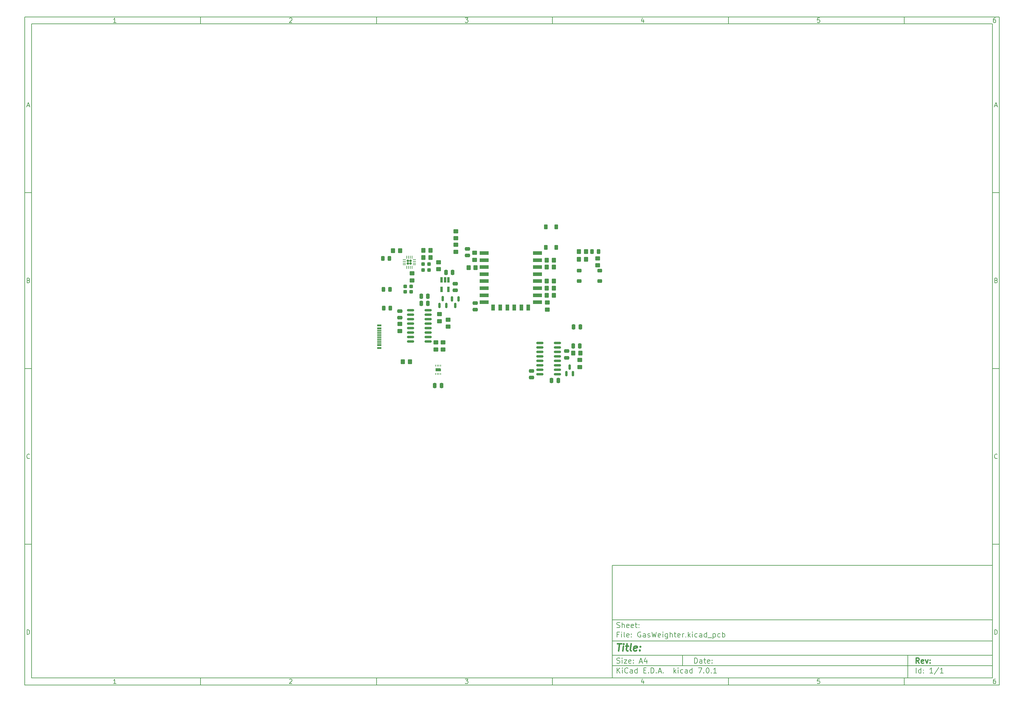
<source format=gbr>
%TF.GenerationSoftware,KiCad,Pcbnew,7.0.1*%
%TF.CreationDate,2023-11-23T19:52:31+01:00*%
%TF.ProjectId,GasWeighter,47617357-6569-4676-9874-65722e6b6963,rev?*%
%TF.SameCoordinates,Original*%
%TF.FileFunction,Paste,Top*%
%TF.FilePolarity,Positive*%
%FSLAX46Y46*%
G04 Gerber Fmt 4.6, Leading zero omitted, Abs format (unit mm)*
G04 Created by KiCad (PCBNEW 7.0.1) date 2023-11-23 19:52:31*
%MOMM*%
%LPD*%
G01*
G04 APERTURE LIST*
G04 Aperture macros list*
%AMRoundRect*
0 Rectangle with rounded corners*
0 $1 Rounding radius*
0 $2 $3 $4 $5 $6 $7 $8 $9 X,Y pos of 4 corners*
0 Add a 4 corners polygon primitive as box body*
4,1,4,$2,$3,$4,$5,$6,$7,$8,$9,$2,$3,0*
0 Add four circle primitives for the rounded corners*
1,1,$1+$1,$2,$3*
1,1,$1+$1,$4,$5*
1,1,$1+$1,$6,$7*
1,1,$1+$1,$8,$9*
0 Add four rect primitives between the rounded corners*
20,1,$1+$1,$2,$3,$4,$5,0*
20,1,$1+$1,$4,$5,$6,$7,0*
20,1,$1+$1,$6,$7,$8,$9,0*
20,1,$1+$1,$8,$9,$2,$3,0*%
%AMFreePoly0*
4,1,6,0.450000,-0.800000,-0.450000,-0.800000,-0.450000,0.530000,-0.180000,0.800000,0.450000,0.800000,0.450000,-0.800000,0.450000,-0.800000,$1*%
G04 Aperture macros list end*
%ADD10C,0.100000*%
%ADD11C,0.150000*%
%ADD12C,0.300000*%
%ADD13C,0.400000*%
%ADD14RoundRect,0.250000X-0.250000X-0.475000X0.250000X-0.475000X0.250000X0.475000X-0.250000X0.475000X0*%
%ADD15RoundRect,0.237500X0.237500X-0.300000X0.237500X0.300000X-0.237500X0.300000X-0.237500X-0.300000X0*%
%ADD16RoundRect,0.250000X0.475000X-0.250000X0.475000X0.250000X-0.475000X0.250000X-0.475000X-0.250000X0*%
%ADD17RoundRect,0.250000X0.350000X0.450000X-0.350000X0.450000X-0.350000X-0.450000X0.350000X-0.450000X0*%
%ADD18RoundRect,0.250000X0.450000X-0.350000X0.450000X0.350000X-0.450000X0.350000X-0.450000X-0.350000X0*%
%ADD19RoundRect,0.150000X-0.150000X0.587500X-0.150000X-0.587500X0.150000X-0.587500X0.150000X0.587500X0*%
%ADD20RoundRect,0.243750X0.243750X0.456250X-0.243750X0.456250X-0.243750X-0.456250X0.243750X-0.456250X0*%
%ADD21RoundRect,0.250000X0.250000X0.475000X-0.250000X0.475000X-0.250000X-0.475000X0.250000X-0.475000X0*%
%ADD22RoundRect,0.250000X-0.450000X0.350000X-0.450000X-0.350000X0.450000X-0.350000X0.450000X0.350000X0*%
%ADD23FreePoly0,270.000000*%
%ADD24R,0.250000X0.550000*%
%ADD25RoundRect,0.150000X0.850000X0.150000X-0.850000X0.150000X-0.850000X-0.150000X0.850000X-0.150000X0*%
%ADD26RoundRect,0.275000X-0.400000X-0.275000X0.400000X-0.275000X0.400000X0.275000X-0.400000X0.275000X0*%
%ADD27RoundRect,0.250000X-0.350000X-0.450000X0.350000X-0.450000X0.350000X0.450000X-0.350000X0.450000X0*%
%ADD28RoundRect,0.160000X-0.160000X0.160000X-0.160000X-0.160000X0.160000X-0.160000X0.160000X0.160000X0*%
%ADD29RoundRect,0.062500X-0.062500X0.375000X-0.062500X-0.375000X0.062500X-0.375000X0.062500X0.375000X0*%
%ADD30RoundRect,0.062500X-0.375000X0.062500X-0.375000X-0.062500X0.375000X-0.062500X0.375000X0.062500X0*%
%ADD31RoundRect,0.150000X-0.825000X-0.150000X0.825000X-0.150000X0.825000X0.150000X-0.825000X0.150000X0*%
%ADD32RoundRect,0.237500X-0.300000X-0.237500X0.300000X-0.237500X0.300000X0.237500X-0.300000X0.237500X0*%
%ADD33RoundRect,0.150000X0.150000X-0.587500X0.150000X0.587500X-0.150000X0.587500X-0.150000X-0.587500X0*%
%ADD34R,1.160000X0.600000*%
%ADD35R,1.160000X0.300000*%
%ADD36R,0.650000X1.560000*%
%ADD37R,2.500000X1.000000*%
%ADD38R,1.000000X1.800000*%
%ADD39RoundRect,0.250000X-0.475000X0.250000X-0.475000X-0.250000X0.475000X-0.250000X0.475000X0.250000X0*%
%ADD40RoundRect,0.275000X0.275000X-0.400000X0.275000X0.400000X-0.275000X0.400000X-0.275000X-0.400000X0*%
G04 APERTURE END LIST*
D10*
D11*
X177002200Y-166007200D02*
X285002200Y-166007200D01*
X285002200Y-198007200D01*
X177002200Y-198007200D01*
X177002200Y-166007200D01*
D10*
D11*
X10000000Y-10000000D02*
X287002200Y-10000000D01*
X287002200Y-200007200D01*
X10000000Y-200007200D01*
X10000000Y-10000000D01*
D10*
D11*
X12000000Y-12000000D02*
X285002200Y-12000000D01*
X285002200Y-198007200D01*
X12000000Y-198007200D01*
X12000000Y-12000000D01*
D10*
D11*
X60000000Y-12000000D02*
X60000000Y-10000000D01*
D10*
D11*
X110000000Y-12000000D02*
X110000000Y-10000000D01*
D10*
D11*
X160000000Y-12000000D02*
X160000000Y-10000000D01*
D10*
D11*
X210000000Y-12000000D02*
X210000000Y-10000000D01*
D10*
D11*
X260000000Y-12000000D02*
X260000000Y-10000000D01*
D10*
D11*
X35990476Y-11601404D02*
X35247619Y-11601404D01*
X35619047Y-11601404D02*
X35619047Y-10301404D01*
X35619047Y-10301404D02*
X35495238Y-10487119D01*
X35495238Y-10487119D02*
X35371428Y-10610928D01*
X35371428Y-10610928D02*
X35247619Y-10672833D01*
D10*
D11*
X85247619Y-10425214D02*
X85309523Y-10363309D01*
X85309523Y-10363309D02*
X85433333Y-10301404D01*
X85433333Y-10301404D02*
X85742857Y-10301404D01*
X85742857Y-10301404D02*
X85866666Y-10363309D01*
X85866666Y-10363309D02*
X85928571Y-10425214D01*
X85928571Y-10425214D02*
X85990476Y-10549023D01*
X85990476Y-10549023D02*
X85990476Y-10672833D01*
X85990476Y-10672833D02*
X85928571Y-10858547D01*
X85928571Y-10858547D02*
X85185714Y-11601404D01*
X85185714Y-11601404D02*
X85990476Y-11601404D01*
D10*
D11*
X135185714Y-10301404D02*
X135990476Y-10301404D01*
X135990476Y-10301404D02*
X135557142Y-10796642D01*
X135557142Y-10796642D02*
X135742857Y-10796642D01*
X135742857Y-10796642D02*
X135866666Y-10858547D01*
X135866666Y-10858547D02*
X135928571Y-10920452D01*
X135928571Y-10920452D02*
X135990476Y-11044261D01*
X135990476Y-11044261D02*
X135990476Y-11353785D01*
X135990476Y-11353785D02*
X135928571Y-11477595D01*
X135928571Y-11477595D02*
X135866666Y-11539500D01*
X135866666Y-11539500D02*
X135742857Y-11601404D01*
X135742857Y-11601404D02*
X135371428Y-11601404D01*
X135371428Y-11601404D02*
X135247619Y-11539500D01*
X135247619Y-11539500D02*
X135185714Y-11477595D01*
D10*
D11*
X185866666Y-10734738D02*
X185866666Y-11601404D01*
X185557142Y-10239500D02*
X185247619Y-11168071D01*
X185247619Y-11168071D02*
X186052380Y-11168071D01*
D10*
D11*
X235928571Y-10301404D02*
X235309523Y-10301404D01*
X235309523Y-10301404D02*
X235247619Y-10920452D01*
X235247619Y-10920452D02*
X235309523Y-10858547D01*
X235309523Y-10858547D02*
X235433333Y-10796642D01*
X235433333Y-10796642D02*
X235742857Y-10796642D01*
X235742857Y-10796642D02*
X235866666Y-10858547D01*
X235866666Y-10858547D02*
X235928571Y-10920452D01*
X235928571Y-10920452D02*
X235990476Y-11044261D01*
X235990476Y-11044261D02*
X235990476Y-11353785D01*
X235990476Y-11353785D02*
X235928571Y-11477595D01*
X235928571Y-11477595D02*
X235866666Y-11539500D01*
X235866666Y-11539500D02*
X235742857Y-11601404D01*
X235742857Y-11601404D02*
X235433333Y-11601404D01*
X235433333Y-11601404D02*
X235309523Y-11539500D01*
X235309523Y-11539500D02*
X235247619Y-11477595D01*
D10*
D11*
X285866666Y-10301404D02*
X285619047Y-10301404D01*
X285619047Y-10301404D02*
X285495238Y-10363309D01*
X285495238Y-10363309D02*
X285433333Y-10425214D01*
X285433333Y-10425214D02*
X285309523Y-10610928D01*
X285309523Y-10610928D02*
X285247619Y-10858547D01*
X285247619Y-10858547D02*
X285247619Y-11353785D01*
X285247619Y-11353785D02*
X285309523Y-11477595D01*
X285309523Y-11477595D02*
X285371428Y-11539500D01*
X285371428Y-11539500D02*
X285495238Y-11601404D01*
X285495238Y-11601404D02*
X285742857Y-11601404D01*
X285742857Y-11601404D02*
X285866666Y-11539500D01*
X285866666Y-11539500D02*
X285928571Y-11477595D01*
X285928571Y-11477595D02*
X285990476Y-11353785D01*
X285990476Y-11353785D02*
X285990476Y-11044261D01*
X285990476Y-11044261D02*
X285928571Y-10920452D01*
X285928571Y-10920452D02*
X285866666Y-10858547D01*
X285866666Y-10858547D02*
X285742857Y-10796642D01*
X285742857Y-10796642D02*
X285495238Y-10796642D01*
X285495238Y-10796642D02*
X285371428Y-10858547D01*
X285371428Y-10858547D02*
X285309523Y-10920452D01*
X285309523Y-10920452D02*
X285247619Y-11044261D01*
D10*
D11*
X60000000Y-198007200D02*
X60000000Y-200007200D01*
D10*
D11*
X110000000Y-198007200D02*
X110000000Y-200007200D01*
D10*
D11*
X160000000Y-198007200D02*
X160000000Y-200007200D01*
D10*
D11*
X210000000Y-198007200D02*
X210000000Y-200007200D01*
D10*
D11*
X260000000Y-198007200D02*
X260000000Y-200007200D01*
D10*
D11*
X35990476Y-199608604D02*
X35247619Y-199608604D01*
X35619047Y-199608604D02*
X35619047Y-198308604D01*
X35619047Y-198308604D02*
X35495238Y-198494319D01*
X35495238Y-198494319D02*
X35371428Y-198618128D01*
X35371428Y-198618128D02*
X35247619Y-198680033D01*
D10*
D11*
X85247619Y-198432414D02*
X85309523Y-198370509D01*
X85309523Y-198370509D02*
X85433333Y-198308604D01*
X85433333Y-198308604D02*
X85742857Y-198308604D01*
X85742857Y-198308604D02*
X85866666Y-198370509D01*
X85866666Y-198370509D02*
X85928571Y-198432414D01*
X85928571Y-198432414D02*
X85990476Y-198556223D01*
X85990476Y-198556223D02*
X85990476Y-198680033D01*
X85990476Y-198680033D02*
X85928571Y-198865747D01*
X85928571Y-198865747D02*
X85185714Y-199608604D01*
X85185714Y-199608604D02*
X85990476Y-199608604D01*
D10*
D11*
X135185714Y-198308604D02*
X135990476Y-198308604D01*
X135990476Y-198308604D02*
X135557142Y-198803842D01*
X135557142Y-198803842D02*
X135742857Y-198803842D01*
X135742857Y-198803842D02*
X135866666Y-198865747D01*
X135866666Y-198865747D02*
X135928571Y-198927652D01*
X135928571Y-198927652D02*
X135990476Y-199051461D01*
X135990476Y-199051461D02*
X135990476Y-199360985D01*
X135990476Y-199360985D02*
X135928571Y-199484795D01*
X135928571Y-199484795D02*
X135866666Y-199546700D01*
X135866666Y-199546700D02*
X135742857Y-199608604D01*
X135742857Y-199608604D02*
X135371428Y-199608604D01*
X135371428Y-199608604D02*
X135247619Y-199546700D01*
X135247619Y-199546700D02*
X135185714Y-199484795D01*
D10*
D11*
X185866666Y-198741938D02*
X185866666Y-199608604D01*
X185557142Y-198246700D02*
X185247619Y-199175271D01*
X185247619Y-199175271D02*
X186052380Y-199175271D01*
D10*
D11*
X235928571Y-198308604D02*
X235309523Y-198308604D01*
X235309523Y-198308604D02*
X235247619Y-198927652D01*
X235247619Y-198927652D02*
X235309523Y-198865747D01*
X235309523Y-198865747D02*
X235433333Y-198803842D01*
X235433333Y-198803842D02*
X235742857Y-198803842D01*
X235742857Y-198803842D02*
X235866666Y-198865747D01*
X235866666Y-198865747D02*
X235928571Y-198927652D01*
X235928571Y-198927652D02*
X235990476Y-199051461D01*
X235990476Y-199051461D02*
X235990476Y-199360985D01*
X235990476Y-199360985D02*
X235928571Y-199484795D01*
X235928571Y-199484795D02*
X235866666Y-199546700D01*
X235866666Y-199546700D02*
X235742857Y-199608604D01*
X235742857Y-199608604D02*
X235433333Y-199608604D01*
X235433333Y-199608604D02*
X235309523Y-199546700D01*
X235309523Y-199546700D02*
X235247619Y-199484795D01*
D10*
D11*
X285866666Y-198308604D02*
X285619047Y-198308604D01*
X285619047Y-198308604D02*
X285495238Y-198370509D01*
X285495238Y-198370509D02*
X285433333Y-198432414D01*
X285433333Y-198432414D02*
X285309523Y-198618128D01*
X285309523Y-198618128D02*
X285247619Y-198865747D01*
X285247619Y-198865747D02*
X285247619Y-199360985D01*
X285247619Y-199360985D02*
X285309523Y-199484795D01*
X285309523Y-199484795D02*
X285371428Y-199546700D01*
X285371428Y-199546700D02*
X285495238Y-199608604D01*
X285495238Y-199608604D02*
X285742857Y-199608604D01*
X285742857Y-199608604D02*
X285866666Y-199546700D01*
X285866666Y-199546700D02*
X285928571Y-199484795D01*
X285928571Y-199484795D02*
X285990476Y-199360985D01*
X285990476Y-199360985D02*
X285990476Y-199051461D01*
X285990476Y-199051461D02*
X285928571Y-198927652D01*
X285928571Y-198927652D02*
X285866666Y-198865747D01*
X285866666Y-198865747D02*
X285742857Y-198803842D01*
X285742857Y-198803842D02*
X285495238Y-198803842D01*
X285495238Y-198803842D02*
X285371428Y-198865747D01*
X285371428Y-198865747D02*
X285309523Y-198927652D01*
X285309523Y-198927652D02*
X285247619Y-199051461D01*
D10*
D11*
X10000000Y-60000000D02*
X12000000Y-60000000D01*
D10*
D11*
X10000000Y-110000000D02*
X12000000Y-110000000D01*
D10*
D11*
X10000000Y-160000000D02*
X12000000Y-160000000D01*
D10*
D11*
X10690476Y-35229976D02*
X11309523Y-35229976D01*
X10566666Y-35601404D02*
X10999999Y-34301404D01*
X10999999Y-34301404D02*
X11433333Y-35601404D01*
D10*
D11*
X11092857Y-84920452D02*
X11278571Y-84982357D01*
X11278571Y-84982357D02*
X11340476Y-85044261D01*
X11340476Y-85044261D02*
X11402380Y-85168071D01*
X11402380Y-85168071D02*
X11402380Y-85353785D01*
X11402380Y-85353785D02*
X11340476Y-85477595D01*
X11340476Y-85477595D02*
X11278571Y-85539500D01*
X11278571Y-85539500D02*
X11154761Y-85601404D01*
X11154761Y-85601404D02*
X10659523Y-85601404D01*
X10659523Y-85601404D02*
X10659523Y-84301404D01*
X10659523Y-84301404D02*
X11092857Y-84301404D01*
X11092857Y-84301404D02*
X11216666Y-84363309D01*
X11216666Y-84363309D02*
X11278571Y-84425214D01*
X11278571Y-84425214D02*
X11340476Y-84549023D01*
X11340476Y-84549023D02*
X11340476Y-84672833D01*
X11340476Y-84672833D02*
X11278571Y-84796642D01*
X11278571Y-84796642D02*
X11216666Y-84858547D01*
X11216666Y-84858547D02*
X11092857Y-84920452D01*
X11092857Y-84920452D02*
X10659523Y-84920452D01*
D10*
D11*
X11402380Y-135477595D02*
X11340476Y-135539500D01*
X11340476Y-135539500D02*
X11154761Y-135601404D01*
X11154761Y-135601404D02*
X11030952Y-135601404D01*
X11030952Y-135601404D02*
X10845238Y-135539500D01*
X10845238Y-135539500D02*
X10721428Y-135415690D01*
X10721428Y-135415690D02*
X10659523Y-135291880D01*
X10659523Y-135291880D02*
X10597619Y-135044261D01*
X10597619Y-135044261D02*
X10597619Y-134858547D01*
X10597619Y-134858547D02*
X10659523Y-134610928D01*
X10659523Y-134610928D02*
X10721428Y-134487119D01*
X10721428Y-134487119D02*
X10845238Y-134363309D01*
X10845238Y-134363309D02*
X11030952Y-134301404D01*
X11030952Y-134301404D02*
X11154761Y-134301404D01*
X11154761Y-134301404D02*
X11340476Y-134363309D01*
X11340476Y-134363309D02*
X11402380Y-134425214D01*
D10*
D11*
X10659523Y-185601404D02*
X10659523Y-184301404D01*
X10659523Y-184301404D02*
X10969047Y-184301404D01*
X10969047Y-184301404D02*
X11154761Y-184363309D01*
X11154761Y-184363309D02*
X11278571Y-184487119D01*
X11278571Y-184487119D02*
X11340476Y-184610928D01*
X11340476Y-184610928D02*
X11402380Y-184858547D01*
X11402380Y-184858547D02*
X11402380Y-185044261D01*
X11402380Y-185044261D02*
X11340476Y-185291880D01*
X11340476Y-185291880D02*
X11278571Y-185415690D01*
X11278571Y-185415690D02*
X11154761Y-185539500D01*
X11154761Y-185539500D02*
X10969047Y-185601404D01*
X10969047Y-185601404D02*
X10659523Y-185601404D01*
D10*
D11*
X287002200Y-60000000D02*
X285002200Y-60000000D01*
D10*
D11*
X287002200Y-110000000D02*
X285002200Y-110000000D01*
D10*
D11*
X287002200Y-160000000D02*
X285002200Y-160000000D01*
D10*
D11*
X285692676Y-35229976D02*
X286311723Y-35229976D01*
X285568866Y-35601404D02*
X286002199Y-34301404D01*
X286002199Y-34301404D02*
X286435533Y-35601404D01*
D10*
D11*
X286095057Y-84920452D02*
X286280771Y-84982357D01*
X286280771Y-84982357D02*
X286342676Y-85044261D01*
X286342676Y-85044261D02*
X286404580Y-85168071D01*
X286404580Y-85168071D02*
X286404580Y-85353785D01*
X286404580Y-85353785D02*
X286342676Y-85477595D01*
X286342676Y-85477595D02*
X286280771Y-85539500D01*
X286280771Y-85539500D02*
X286156961Y-85601404D01*
X286156961Y-85601404D02*
X285661723Y-85601404D01*
X285661723Y-85601404D02*
X285661723Y-84301404D01*
X285661723Y-84301404D02*
X286095057Y-84301404D01*
X286095057Y-84301404D02*
X286218866Y-84363309D01*
X286218866Y-84363309D02*
X286280771Y-84425214D01*
X286280771Y-84425214D02*
X286342676Y-84549023D01*
X286342676Y-84549023D02*
X286342676Y-84672833D01*
X286342676Y-84672833D02*
X286280771Y-84796642D01*
X286280771Y-84796642D02*
X286218866Y-84858547D01*
X286218866Y-84858547D02*
X286095057Y-84920452D01*
X286095057Y-84920452D02*
X285661723Y-84920452D01*
D10*
D11*
X286404580Y-135477595D02*
X286342676Y-135539500D01*
X286342676Y-135539500D02*
X286156961Y-135601404D01*
X286156961Y-135601404D02*
X286033152Y-135601404D01*
X286033152Y-135601404D02*
X285847438Y-135539500D01*
X285847438Y-135539500D02*
X285723628Y-135415690D01*
X285723628Y-135415690D02*
X285661723Y-135291880D01*
X285661723Y-135291880D02*
X285599819Y-135044261D01*
X285599819Y-135044261D02*
X285599819Y-134858547D01*
X285599819Y-134858547D02*
X285661723Y-134610928D01*
X285661723Y-134610928D02*
X285723628Y-134487119D01*
X285723628Y-134487119D02*
X285847438Y-134363309D01*
X285847438Y-134363309D02*
X286033152Y-134301404D01*
X286033152Y-134301404D02*
X286156961Y-134301404D01*
X286156961Y-134301404D02*
X286342676Y-134363309D01*
X286342676Y-134363309D02*
X286404580Y-134425214D01*
D10*
D11*
X285661723Y-185601404D02*
X285661723Y-184301404D01*
X285661723Y-184301404D02*
X285971247Y-184301404D01*
X285971247Y-184301404D02*
X286156961Y-184363309D01*
X286156961Y-184363309D02*
X286280771Y-184487119D01*
X286280771Y-184487119D02*
X286342676Y-184610928D01*
X286342676Y-184610928D02*
X286404580Y-184858547D01*
X286404580Y-184858547D02*
X286404580Y-185044261D01*
X286404580Y-185044261D02*
X286342676Y-185291880D01*
X286342676Y-185291880D02*
X286280771Y-185415690D01*
X286280771Y-185415690D02*
X286156961Y-185539500D01*
X286156961Y-185539500D02*
X285971247Y-185601404D01*
X285971247Y-185601404D02*
X285661723Y-185601404D01*
D10*
D11*
X200359342Y-193801128D02*
X200359342Y-192301128D01*
X200359342Y-192301128D02*
X200716485Y-192301128D01*
X200716485Y-192301128D02*
X200930771Y-192372557D01*
X200930771Y-192372557D02*
X201073628Y-192515414D01*
X201073628Y-192515414D02*
X201145057Y-192658271D01*
X201145057Y-192658271D02*
X201216485Y-192943985D01*
X201216485Y-192943985D02*
X201216485Y-193158271D01*
X201216485Y-193158271D02*
X201145057Y-193443985D01*
X201145057Y-193443985D02*
X201073628Y-193586842D01*
X201073628Y-193586842D02*
X200930771Y-193729700D01*
X200930771Y-193729700D02*
X200716485Y-193801128D01*
X200716485Y-193801128D02*
X200359342Y-193801128D01*
X202502200Y-193801128D02*
X202502200Y-193015414D01*
X202502200Y-193015414D02*
X202430771Y-192872557D01*
X202430771Y-192872557D02*
X202287914Y-192801128D01*
X202287914Y-192801128D02*
X202002200Y-192801128D01*
X202002200Y-192801128D02*
X201859342Y-192872557D01*
X202502200Y-193729700D02*
X202359342Y-193801128D01*
X202359342Y-193801128D02*
X202002200Y-193801128D01*
X202002200Y-193801128D02*
X201859342Y-193729700D01*
X201859342Y-193729700D02*
X201787914Y-193586842D01*
X201787914Y-193586842D02*
X201787914Y-193443985D01*
X201787914Y-193443985D02*
X201859342Y-193301128D01*
X201859342Y-193301128D02*
X202002200Y-193229700D01*
X202002200Y-193229700D02*
X202359342Y-193229700D01*
X202359342Y-193229700D02*
X202502200Y-193158271D01*
X203002200Y-192801128D02*
X203573628Y-192801128D01*
X203216485Y-192301128D02*
X203216485Y-193586842D01*
X203216485Y-193586842D02*
X203287914Y-193729700D01*
X203287914Y-193729700D02*
X203430771Y-193801128D01*
X203430771Y-193801128D02*
X203573628Y-193801128D01*
X204645057Y-193729700D02*
X204502200Y-193801128D01*
X204502200Y-193801128D02*
X204216486Y-193801128D01*
X204216486Y-193801128D02*
X204073628Y-193729700D01*
X204073628Y-193729700D02*
X204002200Y-193586842D01*
X204002200Y-193586842D02*
X204002200Y-193015414D01*
X204002200Y-193015414D02*
X204073628Y-192872557D01*
X204073628Y-192872557D02*
X204216486Y-192801128D01*
X204216486Y-192801128D02*
X204502200Y-192801128D01*
X204502200Y-192801128D02*
X204645057Y-192872557D01*
X204645057Y-192872557D02*
X204716486Y-193015414D01*
X204716486Y-193015414D02*
X204716486Y-193158271D01*
X204716486Y-193158271D02*
X204002200Y-193301128D01*
X205359342Y-193658271D02*
X205430771Y-193729700D01*
X205430771Y-193729700D02*
X205359342Y-193801128D01*
X205359342Y-193801128D02*
X205287914Y-193729700D01*
X205287914Y-193729700D02*
X205359342Y-193658271D01*
X205359342Y-193658271D02*
X205359342Y-193801128D01*
X205359342Y-192872557D02*
X205430771Y-192943985D01*
X205430771Y-192943985D02*
X205359342Y-193015414D01*
X205359342Y-193015414D02*
X205287914Y-192943985D01*
X205287914Y-192943985D02*
X205359342Y-192872557D01*
X205359342Y-192872557D02*
X205359342Y-193015414D01*
D10*
D11*
X177002200Y-194507200D02*
X285002200Y-194507200D01*
D10*
D11*
X178359342Y-196601128D02*
X178359342Y-195101128D01*
X179216485Y-196601128D02*
X178573628Y-195743985D01*
X179216485Y-195101128D02*
X178359342Y-195958271D01*
X179859342Y-196601128D02*
X179859342Y-195601128D01*
X179859342Y-195101128D02*
X179787914Y-195172557D01*
X179787914Y-195172557D02*
X179859342Y-195243985D01*
X179859342Y-195243985D02*
X179930771Y-195172557D01*
X179930771Y-195172557D02*
X179859342Y-195101128D01*
X179859342Y-195101128D02*
X179859342Y-195243985D01*
X181430771Y-196458271D02*
X181359343Y-196529700D01*
X181359343Y-196529700D02*
X181145057Y-196601128D01*
X181145057Y-196601128D02*
X181002200Y-196601128D01*
X181002200Y-196601128D02*
X180787914Y-196529700D01*
X180787914Y-196529700D02*
X180645057Y-196386842D01*
X180645057Y-196386842D02*
X180573628Y-196243985D01*
X180573628Y-196243985D02*
X180502200Y-195958271D01*
X180502200Y-195958271D02*
X180502200Y-195743985D01*
X180502200Y-195743985D02*
X180573628Y-195458271D01*
X180573628Y-195458271D02*
X180645057Y-195315414D01*
X180645057Y-195315414D02*
X180787914Y-195172557D01*
X180787914Y-195172557D02*
X181002200Y-195101128D01*
X181002200Y-195101128D02*
X181145057Y-195101128D01*
X181145057Y-195101128D02*
X181359343Y-195172557D01*
X181359343Y-195172557D02*
X181430771Y-195243985D01*
X182716486Y-196601128D02*
X182716486Y-195815414D01*
X182716486Y-195815414D02*
X182645057Y-195672557D01*
X182645057Y-195672557D02*
X182502200Y-195601128D01*
X182502200Y-195601128D02*
X182216486Y-195601128D01*
X182216486Y-195601128D02*
X182073628Y-195672557D01*
X182716486Y-196529700D02*
X182573628Y-196601128D01*
X182573628Y-196601128D02*
X182216486Y-196601128D01*
X182216486Y-196601128D02*
X182073628Y-196529700D01*
X182073628Y-196529700D02*
X182002200Y-196386842D01*
X182002200Y-196386842D02*
X182002200Y-196243985D01*
X182002200Y-196243985D02*
X182073628Y-196101128D01*
X182073628Y-196101128D02*
X182216486Y-196029700D01*
X182216486Y-196029700D02*
X182573628Y-196029700D01*
X182573628Y-196029700D02*
X182716486Y-195958271D01*
X184073629Y-196601128D02*
X184073629Y-195101128D01*
X184073629Y-196529700D02*
X183930771Y-196601128D01*
X183930771Y-196601128D02*
X183645057Y-196601128D01*
X183645057Y-196601128D02*
X183502200Y-196529700D01*
X183502200Y-196529700D02*
X183430771Y-196458271D01*
X183430771Y-196458271D02*
X183359343Y-196315414D01*
X183359343Y-196315414D02*
X183359343Y-195886842D01*
X183359343Y-195886842D02*
X183430771Y-195743985D01*
X183430771Y-195743985D02*
X183502200Y-195672557D01*
X183502200Y-195672557D02*
X183645057Y-195601128D01*
X183645057Y-195601128D02*
X183930771Y-195601128D01*
X183930771Y-195601128D02*
X184073629Y-195672557D01*
X185930771Y-195815414D02*
X186430771Y-195815414D01*
X186645057Y-196601128D02*
X185930771Y-196601128D01*
X185930771Y-196601128D02*
X185930771Y-195101128D01*
X185930771Y-195101128D02*
X186645057Y-195101128D01*
X187287914Y-196458271D02*
X187359343Y-196529700D01*
X187359343Y-196529700D02*
X187287914Y-196601128D01*
X187287914Y-196601128D02*
X187216486Y-196529700D01*
X187216486Y-196529700D02*
X187287914Y-196458271D01*
X187287914Y-196458271D02*
X187287914Y-196601128D01*
X188002200Y-196601128D02*
X188002200Y-195101128D01*
X188002200Y-195101128D02*
X188359343Y-195101128D01*
X188359343Y-195101128D02*
X188573629Y-195172557D01*
X188573629Y-195172557D02*
X188716486Y-195315414D01*
X188716486Y-195315414D02*
X188787915Y-195458271D01*
X188787915Y-195458271D02*
X188859343Y-195743985D01*
X188859343Y-195743985D02*
X188859343Y-195958271D01*
X188859343Y-195958271D02*
X188787915Y-196243985D01*
X188787915Y-196243985D02*
X188716486Y-196386842D01*
X188716486Y-196386842D02*
X188573629Y-196529700D01*
X188573629Y-196529700D02*
X188359343Y-196601128D01*
X188359343Y-196601128D02*
X188002200Y-196601128D01*
X189502200Y-196458271D02*
X189573629Y-196529700D01*
X189573629Y-196529700D02*
X189502200Y-196601128D01*
X189502200Y-196601128D02*
X189430772Y-196529700D01*
X189430772Y-196529700D02*
X189502200Y-196458271D01*
X189502200Y-196458271D02*
X189502200Y-196601128D01*
X190145058Y-196172557D02*
X190859344Y-196172557D01*
X190002201Y-196601128D02*
X190502201Y-195101128D01*
X190502201Y-195101128D02*
X191002201Y-196601128D01*
X191502200Y-196458271D02*
X191573629Y-196529700D01*
X191573629Y-196529700D02*
X191502200Y-196601128D01*
X191502200Y-196601128D02*
X191430772Y-196529700D01*
X191430772Y-196529700D02*
X191502200Y-196458271D01*
X191502200Y-196458271D02*
X191502200Y-196601128D01*
X194502200Y-196601128D02*
X194502200Y-195101128D01*
X194645058Y-196029700D02*
X195073629Y-196601128D01*
X195073629Y-195601128D02*
X194502200Y-196172557D01*
X195716486Y-196601128D02*
X195716486Y-195601128D01*
X195716486Y-195101128D02*
X195645058Y-195172557D01*
X195645058Y-195172557D02*
X195716486Y-195243985D01*
X195716486Y-195243985D02*
X195787915Y-195172557D01*
X195787915Y-195172557D02*
X195716486Y-195101128D01*
X195716486Y-195101128D02*
X195716486Y-195243985D01*
X197073630Y-196529700D02*
X196930772Y-196601128D01*
X196930772Y-196601128D02*
X196645058Y-196601128D01*
X196645058Y-196601128D02*
X196502201Y-196529700D01*
X196502201Y-196529700D02*
X196430772Y-196458271D01*
X196430772Y-196458271D02*
X196359344Y-196315414D01*
X196359344Y-196315414D02*
X196359344Y-195886842D01*
X196359344Y-195886842D02*
X196430772Y-195743985D01*
X196430772Y-195743985D02*
X196502201Y-195672557D01*
X196502201Y-195672557D02*
X196645058Y-195601128D01*
X196645058Y-195601128D02*
X196930772Y-195601128D01*
X196930772Y-195601128D02*
X197073630Y-195672557D01*
X198359344Y-196601128D02*
X198359344Y-195815414D01*
X198359344Y-195815414D02*
X198287915Y-195672557D01*
X198287915Y-195672557D02*
X198145058Y-195601128D01*
X198145058Y-195601128D02*
X197859344Y-195601128D01*
X197859344Y-195601128D02*
X197716486Y-195672557D01*
X198359344Y-196529700D02*
X198216486Y-196601128D01*
X198216486Y-196601128D02*
X197859344Y-196601128D01*
X197859344Y-196601128D02*
X197716486Y-196529700D01*
X197716486Y-196529700D02*
X197645058Y-196386842D01*
X197645058Y-196386842D02*
X197645058Y-196243985D01*
X197645058Y-196243985D02*
X197716486Y-196101128D01*
X197716486Y-196101128D02*
X197859344Y-196029700D01*
X197859344Y-196029700D02*
X198216486Y-196029700D01*
X198216486Y-196029700D02*
X198359344Y-195958271D01*
X199716487Y-196601128D02*
X199716487Y-195101128D01*
X199716487Y-196529700D02*
X199573629Y-196601128D01*
X199573629Y-196601128D02*
X199287915Y-196601128D01*
X199287915Y-196601128D02*
X199145058Y-196529700D01*
X199145058Y-196529700D02*
X199073629Y-196458271D01*
X199073629Y-196458271D02*
X199002201Y-196315414D01*
X199002201Y-196315414D02*
X199002201Y-195886842D01*
X199002201Y-195886842D02*
X199073629Y-195743985D01*
X199073629Y-195743985D02*
X199145058Y-195672557D01*
X199145058Y-195672557D02*
X199287915Y-195601128D01*
X199287915Y-195601128D02*
X199573629Y-195601128D01*
X199573629Y-195601128D02*
X199716487Y-195672557D01*
X201430772Y-195101128D02*
X202430772Y-195101128D01*
X202430772Y-195101128D02*
X201787915Y-196601128D01*
X203002200Y-196458271D02*
X203073629Y-196529700D01*
X203073629Y-196529700D02*
X203002200Y-196601128D01*
X203002200Y-196601128D02*
X202930772Y-196529700D01*
X202930772Y-196529700D02*
X203002200Y-196458271D01*
X203002200Y-196458271D02*
X203002200Y-196601128D01*
X204002201Y-195101128D02*
X204145058Y-195101128D01*
X204145058Y-195101128D02*
X204287915Y-195172557D01*
X204287915Y-195172557D02*
X204359344Y-195243985D01*
X204359344Y-195243985D02*
X204430772Y-195386842D01*
X204430772Y-195386842D02*
X204502201Y-195672557D01*
X204502201Y-195672557D02*
X204502201Y-196029700D01*
X204502201Y-196029700D02*
X204430772Y-196315414D01*
X204430772Y-196315414D02*
X204359344Y-196458271D01*
X204359344Y-196458271D02*
X204287915Y-196529700D01*
X204287915Y-196529700D02*
X204145058Y-196601128D01*
X204145058Y-196601128D02*
X204002201Y-196601128D01*
X204002201Y-196601128D02*
X203859344Y-196529700D01*
X203859344Y-196529700D02*
X203787915Y-196458271D01*
X203787915Y-196458271D02*
X203716486Y-196315414D01*
X203716486Y-196315414D02*
X203645058Y-196029700D01*
X203645058Y-196029700D02*
X203645058Y-195672557D01*
X203645058Y-195672557D02*
X203716486Y-195386842D01*
X203716486Y-195386842D02*
X203787915Y-195243985D01*
X203787915Y-195243985D02*
X203859344Y-195172557D01*
X203859344Y-195172557D02*
X204002201Y-195101128D01*
X205145057Y-196458271D02*
X205216486Y-196529700D01*
X205216486Y-196529700D02*
X205145057Y-196601128D01*
X205145057Y-196601128D02*
X205073629Y-196529700D01*
X205073629Y-196529700D02*
X205145057Y-196458271D01*
X205145057Y-196458271D02*
X205145057Y-196601128D01*
X206645058Y-196601128D02*
X205787915Y-196601128D01*
X206216486Y-196601128D02*
X206216486Y-195101128D01*
X206216486Y-195101128D02*
X206073629Y-195315414D01*
X206073629Y-195315414D02*
X205930772Y-195458271D01*
X205930772Y-195458271D02*
X205787915Y-195529700D01*
D10*
D11*
X177002200Y-191507200D02*
X285002200Y-191507200D01*
D10*
D12*
X264216485Y-193801128D02*
X263716485Y-193086842D01*
X263359342Y-193801128D02*
X263359342Y-192301128D01*
X263359342Y-192301128D02*
X263930771Y-192301128D01*
X263930771Y-192301128D02*
X264073628Y-192372557D01*
X264073628Y-192372557D02*
X264145057Y-192443985D01*
X264145057Y-192443985D02*
X264216485Y-192586842D01*
X264216485Y-192586842D02*
X264216485Y-192801128D01*
X264216485Y-192801128D02*
X264145057Y-192943985D01*
X264145057Y-192943985D02*
X264073628Y-193015414D01*
X264073628Y-193015414D02*
X263930771Y-193086842D01*
X263930771Y-193086842D02*
X263359342Y-193086842D01*
X265430771Y-193729700D02*
X265287914Y-193801128D01*
X265287914Y-193801128D02*
X265002200Y-193801128D01*
X265002200Y-193801128D02*
X264859342Y-193729700D01*
X264859342Y-193729700D02*
X264787914Y-193586842D01*
X264787914Y-193586842D02*
X264787914Y-193015414D01*
X264787914Y-193015414D02*
X264859342Y-192872557D01*
X264859342Y-192872557D02*
X265002200Y-192801128D01*
X265002200Y-192801128D02*
X265287914Y-192801128D01*
X265287914Y-192801128D02*
X265430771Y-192872557D01*
X265430771Y-192872557D02*
X265502200Y-193015414D01*
X265502200Y-193015414D02*
X265502200Y-193158271D01*
X265502200Y-193158271D02*
X264787914Y-193301128D01*
X266002199Y-192801128D02*
X266359342Y-193801128D01*
X266359342Y-193801128D02*
X266716485Y-192801128D01*
X267287913Y-193658271D02*
X267359342Y-193729700D01*
X267359342Y-193729700D02*
X267287913Y-193801128D01*
X267287913Y-193801128D02*
X267216485Y-193729700D01*
X267216485Y-193729700D02*
X267287913Y-193658271D01*
X267287913Y-193658271D02*
X267287913Y-193801128D01*
X267287913Y-192872557D02*
X267359342Y-192943985D01*
X267359342Y-192943985D02*
X267287913Y-193015414D01*
X267287913Y-193015414D02*
X267216485Y-192943985D01*
X267216485Y-192943985D02*
X267287913Y-192872557D01*
X267287913Y-192872557D02*
X267287913Y-193015414D01*
D10*
D11*
X178287914Y-193729700D02*
X178502200Y-193801128D01*
X178502200Y-193801128D02*
X178859342Y-193801128D01*
X178859342Y-193801128D02*
X179002200Y-193729700D01*
X179002200Y-193729700D02*
X179073628Y-193658271D01*
X179073628Y-193658271D02*
X179145057Y-193515414D01*
X179145057Y-193515414D02*
X179145057Y-193372557D01*
X179145057Y-193372557D02*
X179073628Y-193229700D01*
X179073628Y-193229700D02*
X179002200Y-193158271D01*
X179002200Y-193158271D02*
X178859342Y-193086842D01*
X178859342Y-193086842D02*
X178573628Y-193015414D01*
X178573628Y-193015414D02*
X178430771Y-192943985D01*
X178430771Y-192943985D02*
X178359342Y-192872557D01*
X178359342Y-192872557D02*
X178287914Y-192729700D01*
X178287914Y-192729700D02*
X178287914Y-192586842D01*
X178287914Y-192586842D02*
X178359342Y-192443985D01*
X178359342Y-192443985D02*
X178430771Y-192372557D01*
X178430771Y-192372557D02*
X178573628Y-192301128D01*
X178573628Y-192301128D02*
X178930771Y-192301128D01*
X178930771Y-192301128D02*
X179145057Y-192372557D01*
X179787913Y-193801128D02*
X179787913Y-192801128D01*
X179787913Y-192301128D02*
X179716485Y-192372557D01*
X179716485Y-192372557D02*
X179787913Y-192443985D01*
X179787913Y-192443985D02*
X179859342Y-192372557D01*
X179859342Y-192372557D02*
X179787913Y-192301128D01*
X179787913Y-192301128D02*
X179787913Y-192443985D01*
X180359342Y-192801128D02*
X181145057Y-192801128D01*
X181145057Y-192801128D02*
X180359342Y-193801128D01*
X180359342Y-193801128D02*
X181145057Y-193801128D01*
X182287914Y-193729700D02*
X182145057Y-193801128D01*
X182145057Y-193801128D02*
X181859343Y-193801128D01*
X181859343Y-193801128D02*
X181716485Y-193729700D01*
X181716485Y-193729700D02*
X181645057Y-193586842D01*
X181645057Y-193586842D02*
X181645057Y-193015414D01*
X181645057Y-193015414D02*
X181716485Y-192872557D01*
X181716485Y-192872557D02*
X181859343Y-192801128D01*
X181859343Y-192801128D02*
X182145057Y-192801128D01*
X182145057Y-192801128D02*
X182287914Y-192872557D01*
X182287914Y-192872557D02*
X182359343Y-193015414D01*
X182359343Y-193015414D02*
X182359343Y-193158271D01*
X182359343Y-193158271D02*
X181645057Y-193301128D01*
X183002199Y-193658271D02*
X183073628Y-193729700D01*
X183073628Y-193729700D02*
X183002199Y-193801128D01*
X183002199Y-193801128D02*
X182930771Y-193729700D01*
X182930771Y-193729700D02*
X183002199Y-193658271D01*
X183002199Y-193658271D02*
X183002199Y-193801128D01*
X183002199Y-192872557D02*
X183073628Y-192943985D01*
X183073628Y-192943985D02*
X183002199Y-193015414D01*
X183002199Y-193015414D02*
X182930771Y-192943985D01*
X182930771Y-192943985D02*
X183002199Y-192872557D01*
X183002199Y-192872557D02*
X183002199Y-193015414D01*
X184787914Y-193372557D02*
X185502200Y-193372557D01*
X184645057Y-193801128D02*
X185145057Y-192301128D01*
X185145057Y-192301128D02*
X185645057Y-193801128D01*
X186787914Y-192801128D02*
X186787914Y-193801128D01*
X186430771Y-192229700D02*
X186073628Y-193301128D01*
X186073628Y-193301128D02*
X187002199Y-193301128D01*
D10*
D11*
X263359342Y-196601128D02*
X263359342Y-195101128D01*
X264716486Y-196601128D02*
X264716486Y-195101128D01*
X264716486Y-196529700D02*
X264573628Y-196601128D01*
X264573628Y-196601128D02*
X264287914Y-196601128D01*
X264287914Y-196601128D02*
X264145057Y-196529700D01*
X264145057Y-196529700D02*
X264073628Y-196458271D01*
X264073628Y-196458271D02*
X264002200Y-196315414D01*
X264002200Y-196315414D02*
X264002200Y-195886842D01*
X264002200Y-195886842D02*
X264073628Y-195743985D01*
X264073628Y-195743985D02*
X264145057Y-195672557D01*
X264145057Y-195672557D02*
X264287914Y-195601128D01*
X264287914Y-195601128D02*
X264573628Y-195601128D01*
X264573628Y-195601128D02*
X264716486Y-195672557D01*
X265430771Y-196458271D02*
X265502200Y-196529700D01*
X265502200Y-196529700D02*
X265430771Y-196601128D01*
X265430771Y-196601128D02*
X265359343Y-196529700D01*
X265359343Y-196529700D02*
X265430771Y-196458271D01*
X265430771Y-196458271D02*
X265430771Y-196601128D01*
X265430771Y-195672557D02*
X265502200Y-195743985D01*
X265502200Y-195743985D02*
X265430771Y-195815414D01*
X265430771Y-195815414D02*
X265359343Y-195743985D01*
X265359343Y-195743985D02*
X265430771Y-195672557D01*
X265430771Y-195672557D02*
X265430771Y-195815414D01*
X268073629Y-196601128D02*
X267216486Y-196601128D01*
X267645057Y-196601128D02*
X267645057Y-195101128D01*
X267645057Y-195101128D02*
X267502200Y-195315414D01*
X267502200Y-195315414D02*
X267359343Y-195458271D01*
X267359343Y-195458271D02*
X267216486Y-195529700D01*
X269787914Y-195029700D02*
X268502200Y-196958271D01*
X271073629Y-196601128D02*
X270216486Y-196601128D01*
X270645057Y-196601128D02*
X270645057Y-195101128D01*
X270645057Y-195101128D02*
X270502200Y-195315414D01*
X270502200Y-195315414D02*
X270359343Y-195458271D01*
X270359343Y-195458271D02*
X270216486Y-195529700D01*
D10*
D11*
X177002200Y-187507200D02*
X285002200Y-187507200D01*
D10*
D13*
X178430771Y-188232438D02*
X179573628Y-188232438D01*
X178752200Y-190232438D02*
X179002200Y-188232438D01*
X179978390Y-190232438D02*
X180145057Y-188899104D01*
X180228390Y-188232438D02*
X180121247Y-188327676D01*
X180121247Y-188327676D02*
X180204581Y-188422914D01*
X180204581Y-188422914D02*
X180311724Y-188327676D01*
X180311724Y-188327676D02*
X180228390Y-188232438D01*
X180228390Y-188232438D02*
X180204581Y-188422914D01*
X180799819Y-188899104D02*
X181561723Y-188899104D01*
X181168866Y-188232438D02*
X180954581Y-189946723D01*
X180954581Y-189946723D02*
X181026009Y-190137200D01*
X181026009Y-190137200D02*
X181204581Y-190232438D01*
X181204581Y-190232438D02*
X181395057Y-190232438D01*
X182335533Y-190232438D02*
X182156961Y-190137200D01*
X182156961Y-190137200D02*
X182085533Y-189946723D01*
X182085533Y-189946723D02*
X182299818Y-188232438D01*
X183859342Y-190137200D02*
X183656961Y-190232438D01*
X183656961Y-190232438D02*
X183276008Y-190232438D01*
X183276008Y-190232438D02*
X183097437Y-190137200D01*
X183097437Y-190137200D02*
X183026008Y-189946723D01*
X183026008Y-189946723D02*
X183121247Y-189184819D01*
X183121247Y-189184819D02*
X183240294Y-188994342D01*
X183240294Y-188994342D02*
X183442675Y-188899104D01*
X183442675Y-188899104D02*
X183823627Y-188899104D01*
X183823627Y-188899104D02*
X184002199Y-188994342D01*
X184002199Y-188994342D02*
X184073627Y-189184819D01*
X184073627Y-189184819D02*
X184049818Y-189375295D01*
X184049818Y-189375295D02*
X183073627Y-189565771D01*
X184811723Y-190041961D02*
X184895056Y-190137200D01*
X184895056Y-190137200D02*
X184787913Y-190232438D01*
X184787913Y-190232438D02*
X184704580Y-190137200D01*
X184704580Y-190137200D02*
X184811723Y-190041961D01*
X184811723Y-190041961D02*
X184787913Y-190232438D01*
X184942675Y-188994342D02*
X185026008Y-189089580D01*
X185026008Y-189089580D02*
X184918866Y-189184819D01*
X184918866Y-189184819D02*
X184835532Y-189089580D01*
X184835532Y-189089580D02*
X184942675Y-188994342D01*
X184942675Y-188994342D02*
X184918866Y-189184819D01*
D10*
D11*
X178859342Y-185615414D02*
X178359342Y-185615414D01*
X178359342Y-186401128D02*
X178359342Y-184901128D01*
X178359342Y-184901128D02*
X179073628Y-184901128D01*
X179645056Y-186401128D02*
X179645056Y-185401128D01*
X179645056Y-184901128D02*
X179573628Y-184972557D01*
X179573628Y-184972557D02*
X179645056Y-185043985D01*
X179645056Y-185043985D02*
X179716485Y-184972557D01*
X179716485Y-184972557D02*
X179645056Y-184901128D01*
X179645056Y-184901128D02*
X179645056Y-185043985D01*
X180573628Y-186401128D02*
X180430771Y-186329700D01*
X180430771Y-186329700D02*
X180359342Y-186186842D01*
X180359342Y-186186842D02*
X180359342Y-184901128D01*
X181716485Y-186329700D02*
X181573628Y-186401128D01*
X181573628Y-186401128D02*
X181287914Y-186401128D01*
X181287914Y-186401128D02*
X181145056Y-186329700D01*
X181145056Y-186329700D02*
X181073628Y-186186842D01*
X181073628Y-186186842D02*
X181073628Y-185615414D01*
X181073628Y-185615414D02*
X181145056Y-185472557D01*
X181145056Y-185472557D02*
X181287914Y-185401128D01*
X181287914Y-185401128D02*
X181573628Y-185401128D01*
X181573628Y-185401128D02*
X181716485Y-185472557D01*
X181716485Y-185472557D02*
X181787914Y-185615414D01*
X181787914Y-185615414D02*
X181787914Y-185758271D01*
X181787914Y-185758271D02*
X181073628Y-185901128D01*
X182430770Y-186258271D02*
X182502199Y-186329700D01*
X182502199Y-186329700D02*
X182430770Y-186401128D01*
X182430770Y-186401128D02*
X182359342Y-186329700D01*
X182359342Y-186329700D02*
X182430770Y-186258271D01*
X182430770Y-186258271D02*
X182430770Y-186401128D01*
X182430770Y-185472557D02*
X182502199Y-185543985D01*
X182502199Y-185543985D02*
X182430770Y-185615414D01*
X182430770Y-185615414D02*
X182359342Y-185543985D01*
X182359342Y-185543985D02*
X182430770Y-185472557D01*
X182430770Y-185472557D02*
X182430770Y-185615414D01*
X185073628Y-184972557D02*
X184930771Y-184901128D01*
X184930771Y-184901128D02*
X184716485Y-184901128D01*
X184716485Y-184901128D02*
X184502199Y-184972557D01*
X184502199Y-184972557D02*
X184359342Y-185115414D01*
X184359342Y-185115414D02*
X184287913Y-185258271D01*
X184287913Y-185258271D02*
X184216485Y-185543985D01*
X184216485Y-185543985D02*
X184216485Y-185758271D01*
X184216485Y-185758271D02*
X184287913Y-186043985D01*
X184287913Y-186043985D02*
X184359342Y-186186842D01*
X184359342Y-186186842D02*
X184502199Y-186329700D01*
X184502199Y-186329700D02*
X184716485Y-186401128D01*
X184716485Y-186401128D02*
X184859342Y-186401128D01*
X184859342Y-186401128D02*
X185073628Y-186329700D01*
X185073628Y-186329700D02*
X185145056Y-186258271D01*
X185145056Y-186258271D02*
X185145056Y-185758271D01*
X185145056Y-185758271D02*
X184859342Y-185758271D01*
X186430771Y-186401128D02*
X186430771Y-185615414D01*
X186430771Y-185615414D02*
X186359342Y-185472557D01*
X186359342Y-185472557D02*
X186216485Y-185401128D01*
X186216485Y-185401128D02*
X185930771Y-185401128D01*
X185930771Y-185401128D02*
X185787913Y-185472557D01*
X186430771Y-186329700D02*
X186287913Y-186401128D01*
X186287913Y-186401128D02*
X185930771Y-186401128D01*
X185930771Y-186401128D02*
X185787913Y-186329700D01*
X185787913Y-186329700D02*
X185716485Y-186186842D01*
X185716485Y-186186842D02*
X185716485Y-186043985D01*
X185716485Y-186043985D02*
X185787913Y-185901128D01*
X185787913Y-185901128D02*
X185930771Y-185829700D01*
X185930771Y-185829700D02*
X186287913Y-185829700D01*
X186287913Y-185829700D02*
X186430771Y-185758271D01*
X187073628Y-186329700D02*
X187216485Y-186401128D01*
X187216485Y-186401128D02*
X187502199Y-186401128D01*
X187502199Y-186401128D02*
X187645056Y-186329700D01*
X187645056Y-186329700D02*
X187716485Y-186186842D01*
X187716485Y-186186842D02*
X187716485Y-186115414D01*
X187716485Y-186115414D02*
X187645056Y-185972557D01*
X187645056Y-185972557D02*
X187502199Y-185901128D01*
X187502199Y-185901128D02*
X187287914Y-185901128D01*
X187287914Y-185901128D02*
X187145056Y-185829700D01*
X187145056Y-185829700D02*
X187073628Y-185686842D01*
X187073628Y-185686842D02*
X187073628Y-185615414D01*
X187073628Y-185615414D02*
X187145056Y-185472557D01*
X187145056Y-185472557D02*
X187287914Y-185401128D01*
X187287914Y-185401128D02*
X187502199Y-185401128D01*
X187502199Y-185401128D02*
X187645056Y-185472557D01*
X188216485Y-184901128D02*
X188573628Y-186401128D01*
X188573628Y-186401128D02*
X188859342Y-185329700D01*
X188859342Y-185329700D02*
X189145057Y-186401128D01*
X189145057Y-186401128D02*
X189502200Y-184901128D01*
X190645057Y-186329700D02*
X190502200Y-186401128D01*
X190502200Y-186401128D02*
X190216486Y-186401128D01*
X190216486Y-186401128D02*
X190073628Y-186329700D01*
X190073628Y-186329700D02*
X190002200Y-186186842D01*
X190002200Y-186186842D02*
X190002200Y-185615414D01*
X190002200Y-185615414D02*
X190073628Y-185472557D01*
X190073628Y-185472557D02*
X190216486Y-185401128D01*
X190216486Y-185401128D02*
X190502200Y-185401128D01*
X190502200Y-185401128D02*
X190645057Y-185472557D01*
X190645057Y-185472557D02*
X190716486Y-185615414D01*
X190716486Y-185615414D02*
X190716486Y-185758271D01*
X190716486Y-185758271D02*
X190002200Y-185901128D01*
X191359342Y-186401128D02*
X191359342Y-185401128D01*
X191359342Y-184901128D02*
X191287914Y-184972557D01*
X191287914Y-184972557D02*
X191359342Y-185043985D01*
X191359342Y-185043985D02*
X191430771Y-184972557D01*
X191430771Y-184972557D02*
X191359342Y-184901128D01*
X191359342Y-184901128D02*
X191359342Y-185043985D01*
X192716486Y-185401128D02*
X192716486Y-186615414D01*
X192716486Y-186615414D02*
X192645057Y-186758271D01*
X192645057Y-186758271D02*
X192573628Y-186829700D01*
X192573628Y-186829700D02*
X192430771Y-186901128D01*
X192430771Y-186901128D02*
X192216486Y-186901128D01*
X192216486Y-186901128D02*
X192073628Y-186829700D01*
X192716486Y-186329700D02*
X192573628Y-186401128D01*
X192573628Y-186401128D02*
X192287914Y-186401128D01*
X192287914Y-186401128D02*
X192145057Y-186329700D01*
X192145057Y-186329700D02*
X192073628Y-186258271D01*
X192073628Y-186258271D02*
X192002200Y-186115414D01*
X192002200Y-186115414D02*
X192002200Y-185686842D01*
X192002200Y-185686842D02*
X192073628Y-185543985D01*
X192073628Y-185543985D02*
X192145057Y-185472557D01*
X192145057Y-185472557D02*
X192287914Y-185401128D01*
X192287914Y-185401128D02*
X192573628Y-185401128D01*
X192573628Y-185401128D02*
X192716486Y-185472557D01*
X193430771Y-186401128D02*
X193430771Y-184901128D01*
X194073629Y-186401128D02*
X194073629Y-185615414D01*
X194073629Y-185615414D02*
X194002200Y-185472557D01*
X194002200Y-185472557D02*
X193859343Y-185401128D01*
X193859343Y-185401128D02*
X193645057Y-185401128D01*
X193645057Y-185401128D02*
X193502200Y-185472557D01*
X193502200Y-185472557D02*
X193430771Y-185543985D01*
X194573629Y-185401128D02*
X195145057Y-185401128D01*
X194787914Y-184901128D02*
X194787914Y-186186842D01*
X194787914Y-186186842D02*
X194859343Y-186329700D01*
X194859343Y-186329700D02*
X195002200Y-186401128D01*
X195002200Y-186401128D02*
X195145057Y-186401128D01*
X196216486Y-186329700D02*
X196073629Y-186401128D01*
X196073629Y-186401128D02*
X195787915Y-186401128D01*
X195787915Y-186401128D02*
X195645057Y-186329700D01*
X195645057Y-186329700D02*
X195573629Y-186186842D01*
X195573629Y-186186842D02*
X195573629Y-185615414D01*
X195573629Y-185615414D02*
X195645057Y-185472557D01*
X195645057Y-185472557D02*
X195787915Y-185401128D01*
X195787915Y-185401128D02*
X196073629Y-185401128D01*
X196073629Y-185401128D02*
X196216486Y-185472557D01*
X196216486Y-185472557D02*
X196287915Y-185615414D01*
X196287915Y-185615414D02*
X196287915Y-185758271D01*
X196287915Y-185758271D02*
X195573629Y-185901128D01*
X196930771Y-186401128D02*
X196930771Y-185401128D01*
X196930771Y-185686842D02*
X197002200Y-185543985D01*
X197002200Y-185543985D02*
X197073629Y-185472557D01*
X197073629Y-185472557D02*
X197216486Y-185401128D01*
X197216486Y-185401128D02*
X197359343Y-185401128D01*
X197859342Y-186258271D02*
X197930771Y-186329700D01*
X197930771Y-186329700D02*
X197859342Y-186401128D01*
X197859342Y-186401128D02*
X197787914Y-186329700D01*
X197787914Y-186329700D02*
X197859342Y-186258271D01*
X197859342Y-186258271D02*
X197859342Y-186401128D01*
X198573628Y-186401128D02*
X198573628Y-184901128D01*
X198716486Y-185829700D02*
X199145057Y-186401128D01*
X199145057Y-185401128D02*
X198573628Y-185972557D01*
X199787914Y-186401128D02*
X199787914Y-185401128D01*
X199787914Y-184901128D02*
X199716486Y-184972557D01*
X199716486Y-184972557D02*
X199787914Y-185043985D01*
X199787914Y-185043985D02*
X199859343Y-184972557D01*
X199859343Y-184972557D02*
X199787914Y-184901128D01*
X199787914Y-184901128D02*
X199787914Y-185043985D01*
X201145058Y-186329700D02*
X201002200Y-186401128D01*
X201002200Y-186401128D02*
X200716486Y-186401128D01*
X200716486Y-186401128D02*
X200573629Y-186329700D01*
X200573629Y-186329700D02*
X200502200Y-186258271D01*
X200502200Y-186258271D02*
X200430772Y-186115414D01*
X200430772Y-186115414D02*
X200430772Y-185686842D01*
X200430772Y-185686842D02*
X200502200Y-185543985D01*
X200502200Y-185543985D02*
X200573629Y-185472557D01*
X200573629Y-185472557D02*
X200716486Y-185401128D01*
X200716486Y-185401128D02*
X201002200Y-185401128D01*
X201002200Y-185401128D02*
X201145058Y-185472557D01*
X202430772Y-186401128D02*
X202430772Y-185615414D01*
X202430772Y-185615414D02*
X202359343Y-185472557D01*
X202359343Y-185472557D02*
X202216486Y-185401128D01*
X202216486Y-185401128D02*
X201930772Y-185401128D01*
X201930772Y-185401128D02*
X201787914Y-185472557D01*
X202430772Y-186329700D02*
X202287914Y-186401128D01*
X202287914Y-186401128D02*
X201930772Y-186401128D01*
X201930772Y-186401128D02*
X201787914Y-186329700D01*
X201787914Y-186329700D02*
X201716486Y-186186842D01*
X201716486Y-186186842D02*
X201716486Y-186043985D01*
X201716486Y-186043985D02*
X201787914Y-185901128D01*
X201787914Y-185901128D02*
X201930772Y-185829700D01*
X201930772Y-185829700D02*
X202287914Y-185829700D01*
X202287914Y-185829700D02*
X202430772Y-185758271D01*
X203787915Y-186401128D02*
X203787915Y-184901128D01*
X203787915Y-186329700D02*
X203645057Y-186401128D01*
X203645057Y-186401128D02*
X203359343Y-186401128D01*
X203359343Y-186401128D02*
X203216486Y-186329700D01*
X203216486Y-186329700D02*
X203145057Y-186258271D01*
X203145057Y-186258271D02*
X203073629Y-186115414D01*
X203073629Y-186115414D02*
X203073629Y-185686842D01*
X203073629Y-185686842D02*
X203145057Y-185543985D01*
X203145057Y-185543985D02*
X203216486Y-185472557D01*
X203216486Y-185472557D02*
X203359343Y-185401128D01*
X203359343Y-185401128D02*
X203645057Y-185401128D01*
X203645057Y-185401128D02*
X203787915Y-185472557D01*
X204145058Y-186543985D02*
X205287915Y-186543985D01*
X205645057Y-185401128D02*
X205645057Y-186901128D01*
X205645057Y-185472557D02*
X205787915Y-185401128D01*
X205787915Y-185401128D02*
X206073629Y-185401128D01*
X206073629Y-185401128D02*
X206216486Y-185472557D01*
X206216486Y-185472557D02*
X206287915Y-185543985D01*
X206287915Y-185543985D02*
X206359343Y-185686842D01*
X206359343Y-185686842D02*
X206359343Y-186115414D01*
X206359343Y-186115414D02*
X206287915Y-186258271D01*
X206287915Y-186258271D02*
X206216486Y-186329700D01*
X206216486Y-186329700D02*
X206073629Y-186401128D01*
X206073629Y-186401128D02*
X205787915Y-186401128D01*
X205787915Y-186401128D02*
X205645057Y-186329700D01*
X207645058Y-186329700D02*
X207502200Y-186401128D01*
X207502200Y-186401128D02*
X207216486Y-186401128D01*
X207216486Y-186401128D02*
X207073629Y-186329700D01*
X207073629Y-186329700D02*
X207002200Y-186258271D01*
X207002200Y-186258271D02*
X206930772Y-186115414D01*
X206930772Y-186115414D02*
X206930772Y-185686842D01*
X206930772Y-185686842D02*
X207002200Y-185543985D01*
X207002200Y-185543985D02*
X207073629Y-185472557D01*
X207073629Y-185472557D02*
X207216486Y-185401128D01*
X207216486Y-185401128D02*
X207502200Y-185401128D01*
X207502200Y-185401128D02*
X207645058Y-185472557D01*
X208287914Y-186401128D02*
X208287914Y-184901128D01*
X208287914Y-185472557D02*
X208430772Y-185401128D01*
X208430772Y-185401128D02*
X208716486Y-185401128D01*
X208716486Y-185401128D02*
X208859343Y-185472557D01*
X208859343Y-185472557D02*
X208930772Y-185543985D01*
X208930772Y-185543985D02*
X209002200Y-185686842D01*
X209002200Y-185686842D02*
X209002200Y-186115414D01*
X209002200Y-186115414D02*
X208930772Y-186258271D01*
X208930772Y-186258271D02*
X208859343Y-186329700D01*
X208859343Y-186329700D02*
X208716486Y-186401128D01*
X208716486Y-186401128D02*
X208430772Y-186401128D01*
X208430772Y-186401128D02*
X208287914Y-186329700D01*
D10*
D11*
X177002200Y-181507200D02*
X285002200Y-181507200D01*
D10*
D11*
X178287914Y-183629700D02*
X178502200Y-183701128D01*
X178502200Y-183701128D02*
X178859342Y-183701128D01*
X178859342Y-183701128D02*
X179002200Y-183629700D01*
X179002200Y-183629700D02*
X179073628Y-183558271D01*
X179073628Y-183558271D02*
X179145057Y-183415414D01*
X179145057Y-183415414D02*
X179145057Y-183272557D01*
X179145057Y-183272557D02*
X179073628Y-183129700D01*
X179073628Y-183129700D02*
X179002200Y-183058271D01*
X179002200Y-183058271D02*
X178859342Y-182986842D01*
X178859342Y-182986842D02*
X178573628Y-182915414D01*
X178573628Y-182915414D02*
X178430771Y-182843985D01*
X178430771Y-182843985D02*
X178359342Y-182772557D01*
X178359342Y-182772557D02*
X178287914Y-182629700D01*
X178287914Y-182629700D02*
X178287914Y-182486842D01*
X178287914Y-182486842D02*
X178359342Y-182343985D01*
X178359342Y-182343985D02*
X178430771Y-182272557D01*
X178430771Y-182272557D02*
X178573628Y-182201128D01*
X178573628Y-182201128D02*
X178930771Y-182201128D01*
X178930771Y-182201128D02*
X179145057Y-182272557D01*
X179787913Y-183701128D02*
X179787913Y-182201128D01*
X180430771Y-183701128D02*
X180430771Y-182915414D01*
X180430771Y-182915414D02*
X180359342Y-182772557D01*
X180359342Y-182772557D02*
X180216485Y-182701128D01*
X180216485Y-182701128D02*
X180002199Y-182701128D01*
X180002199Y-182701128D02*
X179859342Y-182772557D01*
X179859342Y-182772557D02*
X179787913Y-182843985D01*
X181716485Y-183629700D02*
X181573628Y-183701128D01*
X181573628Y-183701128D02*
X181287914Y-183701128D01*
X181287914Y-183701128D02*
X181145056Y-183629700D01*
X181145056Y-183629700D02*
X181073628Y-183486842D01*
X181073628Y-183486842D02*
X181073628Y-182915414D01*
X181073628Y-182915414D02*
X181145056Y-182772557D01*
X181145056Y-182772557D02*
X181287914Y-182701128D01*
X181287914Y-182701128D02*
X181573628Y-182701128D01*
X181573628Y-182701128D02*
X181716485Y-182772557D01*
X181716485Y-182772557D02*
X181787914Y-182915414D01*
X181787914Y-182915414D02*
X181787914Y-183058271D01*
X181787914Y-183058271D02*
X181073628Y-183201128D01*
X183002199Y-183629700D02*
X182859342Y-183701128D01*
X182859342Y-183701128D02*
X182573628Y-183701128D01*
X182573628Y-183701128D02*
X182430770Y-183629700D01*
X182430770Y-183629700D02*
X182359342Y-183486842D01*
X182359342Y-183486842D02*
X182359342Y-182915414D01*
X182359342Y-182915414D02*
X182430770Y-182772557D01*
X182430770Y-182772557D02*
X182573628Y-182701128D01*
X182573628Y-182701128D02*
X182859342Y-182701128D01*
X182859342Y-182701128D02*
X183002199Y-182772557D01*
X183002199Y-182772557D02*
X183073628Y-182915414D01*
X183073628Y-182915414D02*
X183073628Y-183058271D01*
X183073628Y-183058271D02*
X182359342Y-183201128D01*
X183502199Y-182701128D02*
X184073627Y-182701128D01*
X183716484Y-182201128D02*
X183716484Y-183486842D01*
X183716484Y-183486842D02*
X183787913Y-183629700D01*
X183787913Y-183629700D02*
X183930770Y-183701128D01*
X183930770Y-183701128D02*
X184073627Y-183701128D01*
X184573627Y-183558271D02*
X184645056Y-183629700D01*
X184645056Y-183629700D02*
X184573627Y-183701128D01*
X184573627Y-183701128D02*
X184502199Y-183629700D01*
X184502199Y-183629700D02*
X184573627Y-183558271D01*
X184573627Y-183558271D02*
X184573627Y-183701128D01*
X184573627Y-182772557D02*
X184645056Y-182843985D01*
X184645056Y-182843985D02*
X184573627Y-182915414D01*
X184573627Y-182915414D02*
X184502199Y-182843985D01*
X184502199Y-182843985D02*
X184573627Y-182772557D01*
X184573627Y-182772557D02*
X184573627Y-182915414D01*
D10*
D12*
D10*
D11*
D10*
D11*
D10*
D11*
D10*
D11*
D10*
D11*
X197002200Y-191507200D02*
X197002200Y-194507200D01*
D10*
D11*
X261002200Y-191507200D02*
X261002200Y-198007200D01*
D14*
%TO.C,C13*%
X165992500Y-98187500D03*
X167892500Y-98187500D03*
%TD*%
D15*
%TO.C,C8*%
X123200000Y-82012500D03*
X123200000Y-80287500D03*
%TD*%
D16*
%TO.C,C2*%
X135850000Y-77850000D03*
X135850000Y-75950000D03*
%TD*%
D17*
%TO.C,R6*%
X160350000Y-85100000D03*
X158350000Y-85100000D03*
%TD*%
D18*
%TO.C,R16*%
X172850000Y-80650000D03*
X172850000Y-78650000D03*
%TD*%
D17*
%TO.C,R21*%
X125300000Y-78400000D03*
X123300000Y-78400000D03*
%TD*%
D19*
%TO.C,Q1*%
X133300000Y-90212500D03*
X131400000Y-90212500D03*
X132350000Y-92087500D03*
%TD*%
D20*
%TO.C,D1*%
X173087500Y-76700000D03*
X171212500Y-76700000D03*
%TD*%
D21*
%TO.C,C9*%
X131600000Y-82650000D03*
X129700000Y-82650000D03*
%TD*%
D22*
%TO.C,R5*%
X137900000Y-77100000D03*
X137900000Y-79100000D03*
%TD*%
D23*
%TO.C,U4*%
X127500000Y-110325000D03*
D24*
X128250000Y-109150000D03*
X127750000Y-109150000D03*
X127250000Y-109150000D03*
X126750000Y-109150000D03*
X126750000Y-111500000D03*
X127250000Y-111500000D03*
X127750000Y-111500000D03*
X128250000Y-111500000D03*
%TD*%
D18*
%TO.C,R13*%
X128900000Y-104600000D03*
X128900000Y-102600000D03*
%TD*%
D25*
%TO.C,U7*%
X161442500Y-111632500D03*
X161442500Y-110362500D03*
X161442500Y-109092500D03*
X161442500Y-107822500D03*
X161442500Y-106552500D03*
X161442500Y-105282500D03*
X161442500Y-104012500D03*
X161442500Y-102742500D03*
X156442500Y-102742500D03*
X156442500Y-104012500D03*
X156442500Y-105282500D03*
X156442500Y-106552500D03*
X156442500Y-107822500D03*
X156442500Y-109092500D03*
X156442500Y-110362500D03*
X156442500Y-111632500D03*
%TD*%
D20*
%TO.C,D4*%
X113837500Y-87500000D03*
X111962500Y-87500000D03*
%TD*%
D22*
%TO.C,R18*%
X132500000Y-74800000D03*
X132500000Y-76800000D03*
%TD*%
D26*
%TO.C,SW2*%
X167550000Y-82150000D03*
X173400000Y-82150000D03*
X167550000Y-85150000D03*
X173400000Y-85150000D03*
%TD*%
D27*
%TO.C,R4*%
X136150000Y-81350000D03*
X138150000Y-81350000D03*
%TD*%
D21*
%TO.C,C4*%
X124600000Y-91500000D03*
X122700000Y-91500000D03*
%TD*%
D16*
%TO.C,C10*%
X132400000Y-87750000D03*
X132400000Y-85850000D03*
%TD*%
D27*
%TO.C,R10*%
X117500000Y-108050000D03*
X119500000Y-108050000D03*
%TD*%
D28*
%TO.C,U6*%
X119700000Y-79350000D03*
X118900000Y-79350000D03*
X119700000Y-80150000D03*
X118900000Y-80150000D03*
D29*
X120050000Y-78312500D03*
X119550000Y-78312500D03*
X119050000Y-78312500D03*
X118550000Y-78312500D03*
D30*
X117862500Y-79000000D03*
X117862500Y-79500000D03*
X117862500Y-80000000D03*
X117862500Y-80500000D03*
D29*
X118550000Y-81187500D03*
X119050000Y-81187500D03*
X119550000Y-81187500D03*
X120050000Y-81187500D03*
D30*
X120737500Y-80500000D03*
X120737500Y-80000000D03*
X120737500Y-79500000D03*
X120737500Y-79000000D03*
%TD*%
D22*
%TO.C,R20*%
X120100000Y-82950000D03*
X120100000Y-84950000D03*
%TD*%
D16*
%TO.C,C1*%
X116600000Y-95550000D03*
X116600000Y-93650000D03*
%TD*%
D31*
%TO.C,U1*%
X119675000Y-93405000D03*
X119675000Y-94675000D03*
X119675000Y-95945000D03*
X119675000Y-97215000D03*
X119675000Y-98485000D03*
X119675000Y-99755000D03*
X119675000Y-101025000D03*
X119675000Y-102295000D03*
X124625000Y-102295000D03*
X124625000Y-101025000D03*
X124625000Y-99755000D03*
X124625000Y-98485000D03*
X124625000Y-97215000D03*
X124625000Y-95945000D03*
X124625000Y-94675000D03*
X124625000Y-93405000D03*
%TD*%
D32*
%TO.C,C12*%
X118137500Y-88150000D03*
X119862500Y-88150000D03*
%TD*%
D33*
%TO.C,Q2*%
X127900000Y-92025000D03*
X129800000Y-92025000D03*
X128850000Y-90150000D03*
%TD*%
D32*
%TO.C,C11*%
X118137500Y-86600000D03*
X119862500Y-86600000D03*
%TD*%
D34*
%TO.C,P1*%
X110810000Y-97740000D03*
X110810000Y-98540000D03*
D35*
X110810000Y-99690000D03*
X110810000Y-100690000D03*
X110810000Y-101190000D03*
X110810000Y-102190000D03*
D34*
X110810000Y-103340000D03*
X110810000Y-104140000D03*
X110810000Y-104140000D03*
X110810000Y-103340000D03*
D35*
X110810000Y-102690000D03*
X110810000Y-101690000D03*
X110810000Y-100190000D03*
X110810000Y-99190000D03*
D34*
X110810000Y-98540000D03*
X110810000Y-97740000D03*
%TD*%
D27*
%TO.C,R11*%
X158400000Y-79150000D03*
X160400000Y-79150000D03*
%TD*%
%TO.C,R22*%
X114700000Y-76500000D03*
X116700000Y-76500000D03*
%TD*%
D20*
%TO.C,D3*%
X113637500Y-78700000D03*
X111762500Y-78700000D03*
%TD*%
D36*
%TO.C,U5*%
X130400000Y-84800000D03*
X129450000Y-84800000D03*
X128500000Y-84800000D03*
X128500000Y-87500000D03*
X130400000Y-87500000D03*
%TD*%
D27*
%TO.C,R26*%
X165892500Y-105637500D03*
X167892500Y-105637500D03*
%TD*%
D14*
%TO.C,C6*%
X126550000Y-114800000D03*
X128450000Y-114800000D03*
%TD*%
D18*
%TO.C,R1*%
X116600000Y-99350000D03*
X116600000Y-97350000D03*
%TD*%
%TO.C,R7*%
X158500000Y-93250000D03*
X158500000Y-91250000D03*
%TD*%
D20*
%TO.C,D2*%
X113887500Y-92850000D03*
X112012500Y-92850000D03*
%TD*%
D17*
%TO.C,R2*%
X160350000Y-87150000D03*
X158350000Y-87150000D03*
%TD*%
D33*
%TO.C,Q3*%
X163942500Y-111425000D03*
X165842500Y-111425000D03*
X164892500Y-109550000D03*
%TD*%
D18*
%TO.C,R14*%
X126900000Y-104600000D03*
X126900000Y-102600000D03*
%TD*%
D21*
%TO.C,C3*%
X124600000Y-89400000D03*
X122700000Y-89400000D03*
%TD*%
D22*
%TO.C,R17*%
X132500000Y-70950000D03*
X132500000Y-72950000D03*
%TD*%
%TO.C,R24*%
X127650000Y-79750000D03*
X127650000Y-81750000D03*
%TD*%
%TO.C,R9*%
X127900000Y-94550000D03*
X127900000Y-96550000D03*
%TD*%
D17*
%TO.C,R15*%
X169500000Y-76700000D03*
X167500000Y-76700000D03*
%TD*%
D27*
%TO.C,R12*%
X158400000Y-81150000D03*
X160400000Y-81150000D03*
%TD*%
D14*
%TO.C,C16*%
X159742500Y-113437500D03*
X161642500Y-113437500D03*
%TD*%
D17*
%TO.C,R3*%
X160350000Y-89200000D03*
X158350000Y-89200000D03*
%TD*%
D37*
%TO.C,U3*%
X140550000Y-77150000D03*
X140550000Y-79150000D03*
X140550000Y-81150000D03*
X140550000Y-83150000D03*
X140550000Y-85150000D03*
X140550000Y-87150000D03*
X140550000Y-89150000D03*
X140550000Y-91150000D03*
D38*
X143150000Y-92650000D03*
X145150000Y-92650000D03*
X147150000Y-92650000D03*
X149150000Y-92650000D03*
X151150000Y-92650000D03*
X153150000Y-92650000D03*
D37*
X155750000Y-91150000D03*
X155750000Y-89150000D03*
X155750000Y-87150000D03*
X155750000Y-85150000D03*
X155750000Y-83150000D03*
X155750000Y-81150000D03*
X155750000Y-79150000D03*
X155750000Y-77150000D03*
%TD*%
D16*
%TO.C,C5*%
X138050000Y-93250000D03*
X138050000Y-91350000D03*
%TD*%
D15*
%TO.C,C7*%
X124900000Y-82012500D03*
X124900000Y-80287500D03*
%TD*%
D39*
%TO.C,C15*%
X163992500Y-105037500D03*
X163992500Y-106937500D03*
%TD*%
D16*
%TO.C,C17*%
X154042500Y-112587500D03*
X154042500Y-110687500D03*
%TD*%
D22*
%TO.C,R25*%
X167792500Y-107587500D03*
X167792500Y-109587500D03*
%TD*%
D18*
%TO.C,R8*%
X130300000Y-98100000D03*
X130300000Y-96100000D03*
%TD*%
D27*
%TO.C,R23*%
X123300000Y-76400000D03*
X125300000Y-76400000D03*
%TD*%
D17*
%TO.C,R19*%
X169500000Y-78950000D03*
X167500000Y-78950000D03*
%TD*%
D21*
%TO.C,C14*%
X167792500Y-103587500D03*
X165892500Y-103587500D03*
%TD*%
D40*
%TO.C,SW1*%
X158100000Y-75550000D03*
X158100000Y-69700000D03*
X161100000Y-75550000D03*
X161100000Y-69700000D03*
%TD*%
M02*

</source>
